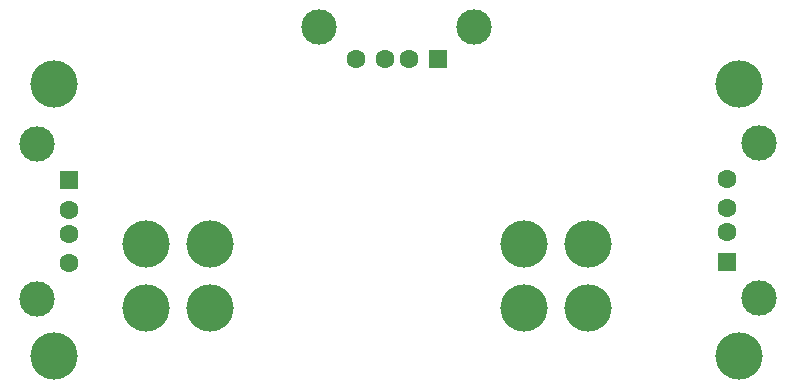
<source format=gbs>
G04 #@! TF.GenerationSoftware,KiCad,Pcbnew,8.0.5*
G04 #@! TF.CreationDate,2024-09-26T10:19:01+02:00*
G04 #@! TF.ProjectId,BL-R8812AF1 2x mount,424c2d52-3838-4313-9241-463120327820,rev?*
G04 #@! TF.SameCoordinates,Original*
G04 #@! TF.FileFunction,Soldermask,Bot*
G04 #@! TF.FilePolarity,Negative*
%FSLAX46Y46*%
G04 Gerber Fmt 4.6, Leading zero omitted, Abs format (unit mm)*
G04 Created by KiCad (PCBNEW 8.0.5) date 2024-09-26 10:19:01*
%MOMM*%
%LPD*%
G01*
G04 APERTURE LIST*
%ADD10C,4.000000*%
%ADD11R,1.600000X1.500000*%
%ADD12C,1.600000*%
%ADD13C,3.000000*%
%ADD14R,1.500000X1.600000*%
G04 APERTURE END LIST*
D10*
X105758000Y-90899000D03*
X111158000Y-90899000D03*
X105758000Y-96299000D03*
X111158000Y-96299000D03*
X137762000Y-90899000D03*
X143162000Y-90899000D03*
X137762000Y-96299000D03*
X143162000Y-96299000D03*
X98000000Y-100400000D03*
X156000000Y-77400000D03*
X98000000Y-77400000D03*
X156000000Y-100400000D03*
D11*
X130500000Y-75227000D03*
D12*
X128000000Y-75227000D03*
X126000000Y-75227000D03*
X123500000Y-75227000D03*
D13*
X133570000Y-72517000D03*
X120430000Y-72517000D03*
X157624000Y-82330000D03*
X157624000Y-95470000D03*
D12*
X154914000Y-85400000D03*
X154914000Y-87900000D03*
X154914000Y-89900000D03*
D14*
X154914000Y-92400000D03*
D13*
X96503000Y-95597000D03*
X96503000Y-82457000D03*
D12*
X99213000Y-92527000D03*
X99213000Y-90027000D03*
X99213000Y-88027000D03*
D14*
X99213000Y-85527000D03*
M02*

</source>
